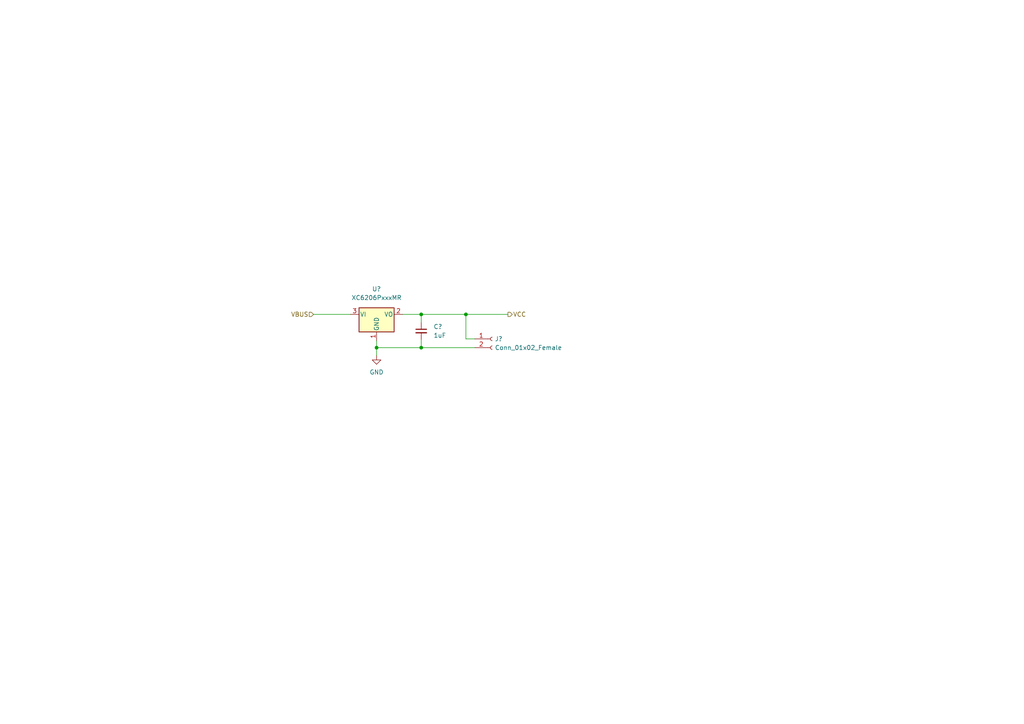
<source format=kicad_sch>
(kicad_sch (version 20211123) (generator eeschema)
  (paper "A4")
  (lib_symbols
    (symbol "Connector:Conn_01x02_Female" (pin_names (offset 1.016) hide)
      (property "Reference" "J" (at 0 2.54 0))
      (property "Value" "Conn_01x02_Female" (at 0 -5.08 0))
      (symbol "Conn_01x02_Female_1_1"
        (arc (start 0 -2.032) (mid -0.508 -2.54) (end 0 -3.048) (stroke (width 0.1524)))
        (polyline (pts (xy -1.27 -2.54) (xy -0.508 -2.54)) (stroke (width 0.1524)))
        (polyline (pts (xy -1.27 0) (xy -0.508 0)) (stroke (width 0.1524)))
        (arc (start 0 0.508) (mid -0.508 0) (end 0 -0.508) (stroke (width 0.1524)))
        (pin passive line (at -5.08 0 0) (length 3.81) (name "Pin_1") (number "1"))
        (pin passive line (at -5.08 -2.54 0) (length 3.81) (name "Pin_2") (number "2"))
      )
    )
    (symbol "Device:C_Small" (pin_numbers hide) (pin_names (offset 0.254) hide)
      (property "Reference" "C" (at 0.254 1.778 0))
      (property "Value" "C_Small" (at 0.254 -2.032 0))
      (symbol "C_Small_0_1"
        (polyline (pts (xy -1.524 -0.508) (xy 1.524 -0.508)) (stroke (width 0.3302)))
        (polyline (pts (xy -1.524 0.508) (xy 1.524 0.508)) (stroke (width 0.3048)))
      )
      (symbol "C_Small_1_1"
        (pin passive line (at 0 2.54 270) (length 2.032) (name "~") (number "1"))
        (pin passive line (at 0 -2.54 90) (length 2.032) (name "~") (number "2"))
      )
    )
    (symbol "Regulator_Linear:XC6206PxxxMR" (pin_names (offset 0.254))
      (property "Reference" "U" (at -3.81 3.175 0))
      (property "Value" "XC6206PxxxMR" (at 0 3.175 0))
      (symbol "XC6206PxxxMR_0_1"
        (rectangle (start -5.08 1.905) (end 5.08 -5.08) (stroke (width 0.254)) (fill (type background)))
      )
      (symbol "XC6206PxxxMR_1_1"
        (pin power_in line (at 0 -7.62 90) (length 2.54) (name "GND") (number "1"))
        (pin power_out line (at 7.62 0 180) (length 2.54) (name "VO") (number "2"))
        (pin power_in line (at -7.62 0 0) (length 2.54) (name "VI") (number "3"))
      )
    )
    (symbol "power:GND" (power) (pin_names (offset 0))
      (property "Value" "GND" (at 0 -3.81 0))
      (symbol "GND_0_1"
        (polyline (pts (xy 0 0) (xy 0 -1.27) (xy 1.27 -1.27) (xy 0 -2.54) (xy -1.27 -1.27) (xy 0 -1.27)))
      )
      (symbol "GND_1_1"
        (pin power_in line (at 0 0 270) (length 0) hide (name "GND") (number "1"))
      )
    )
  )
  (junction (at 122.174 100.838))
  (junction (at 122.174 91.186))
  (junction (at 109.22 100.838))
  (junction (at 135.128 91.186))
  (wire (pts (xy 122.174 100.838) (xy 109.22 100.838)))
  (wire (pts (xy 135.128 91.186) (xy 135.128 98.298)))
  (wire (pts (xy 109.22 100.838) (xy 109.22 103.124)))
  (wire (pts (xy 135.128 91.186) (xy 147.32 91.186)))
  (wire (pts (xy 122.174 100.838) (xy 137.668 100.838)))
  (wire (pts (xy 122.174 98.552) (xy 122.174 100.838)))
  (wire (pts (xy 109.22 98.806) (xy 109.22 100.838)))
  (wire (pts (xy 90.932 91.186) (xy 101.6 91.186)))
  (wire (pts (xy 116.84 91.186) (xy 122.174 91.186)))
  (wire (pts (xy 122.174 91.186) (xy 135.128 91.186)))
  (wire (pts (xy 137.668 98.298) (xy 135.128 98.298)))
  (wire (pts (xy 122.174 91.186) (xy 122.174 93.472)))
  (hierarchical_label "VCC" (shape output) (at 147.32 91.186 0))
  (hierarchical_label "VBUS" (shape input) (at 90.932 91.186 180))
  (symbol (lib_id "Connector:Conn_01x02_Female") (at 142.748 98.298 0) (unit 1)
    (property "Reference" "J?" (at 143.51 98.2979 0) (effects (justify left)))
    (property "Value" "Conn_01x02_Female" (at 143.51 100.8379 0) (effects (justify left)))
  )
  (symbol (lib_id "power:GND") (at 109.22 103.124 0) (unit 1)
    (property "Reference" "#PWR0115" (effects hide))
    (property "Value" "GND" (at 109.22 107.95 0))
  )
  (symbol (lib_id "Regulator_Linear:XC6206PxxxMR") (at 109.22 91.186 0) (unit 1)
    (property "Reference" "U?" (at 109.22 83.82 0))
    (property "Value" "XC6206PxxxMR" (at 109.22 86.36 0))
    (property "Footprint" "Package_TO_SOT_SMD:SOT-23" (effects hide))
    (property "Datasheet" "https://www.torexsemi.com/file/xc6206/XC6206.pdf" (effects hide))
  )
  (symbol (lib_id "Device:C_Small") (at 122.174 96.012 0) (unit 1)
    (property "Reference" "C?" (at 125.73 94.7482 0) (effects (justify left)))
    (property "Value" "1uF" (at 125.73 97.2882 0) (effects (justify left)))
  )
)
</source>
